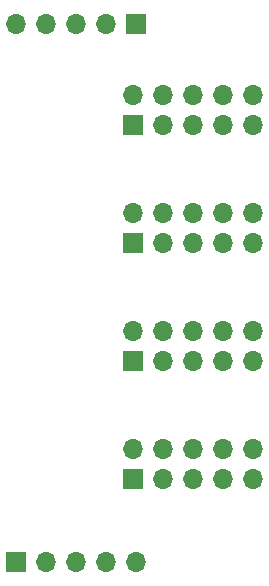
<source format=gbs>
%TF.GenerationSoftware,KiCad,Pcbnew,(5.1.6-0-10_14)*%
%TF.CreationDate,2021-03-01T23:58:59+09:00*%
%TF.ProjectId,qPCR-photo_mux_74HC4067SSOP,71504352-2d70-4686-9f74-6f5f6d75785f,rev?*%
%TF.SameCoordinates,Original*%
%TF.FileFunction,Soldermask,Bot*%
%TF.FilePolarity,Negative*%
%FSLAX46Y46*%
G04 Gerber Fmt 4.6, Leading zero omitted, Abs format (unit mm)*
G04 Created by KiCad (PCBNEW (5.1.6-0-10_14)) date 2021-03-01 23:58:59*
%MOMM*%
%LPD*%
G01*
G04 APERTURE LIST*
%ADD10O,1.700000X1.700000*%
%ADD11R,1.700000X1.700000*%
G04 APERTURE END LIST*
D10*
%TO.C,J1*%
X103298000Y-110000000D03*
X100758000Y-110000000D03*
X98218000Y-110000000D03*
X95678000Y-110000000D03*
D11*
X93138000Y-110000000D03*
%TD*%
%TO.C,J2*%
X103298000Y-64440000D03*
D10*
X100758000Y-64440000D03*
X98218000Y-64440000D03*
X95678000Y-64440000D03*
X93138000Y-64440000D03*
%TD*%
%TO.C,N_PD1*%
X113160000Y-70460000D03*
X113160000Y-73000000D03*
X110620000Y-70460000D03*
X110620000Y-73000000D03*
X108080000Y-70460000D03*
X108080000Y-73000000D03*
X105540000Y-70460000D03*
X105540000Y-73000000D03*
X103000000Y-70460000D03*
D11*
X103000000Y-73000000D03*
%TD*%
%TO.C,N_PD2*%
X103000000Y-83000000D03*
D10*
X103000000Y-80460000D03*
X105540000Y-83000000D03*
X105540000Y-80460000D03*
X108080000Y-83000000D03*
X108080000Y-80460000D03*
X110620000Y-83000000D03*
X110620000Y-80460000D03*
X113160000Y-83000000D03*
X113160000Y-80460000D03*
%TD*%
D11*
%TO.C,S_PD1*%
X103000000Y-93000000D03*
D10*
X103000000Y-90460000D03*
X105540000Y-93000000D03*
X105540000Y-90460000D03*
X108080000Y-93000000D03*
X108080000Y-90460000D03*
X110620000Y-93000000D03*
X110620000Y-90460000D03*
X113160000Y-93000000D03*
X113160000Y-90460000D03*
%TD*%
%TO.C,S_PD2*%
X113160000Y-100460000D03*
X113160000Y-103000000D03*
X110620000Y-100460000D03*
X110620000Y-103000000D03*
X108080000Y-100460000D03*
X108080000Y-103000000D03*
X105540000Y-100460000D03*
X105540000Y-103000000D03*
X103000000Y-100460000D03*
D11*
X103000000Y-103000000D03*
%TD*%
M02*

</source>
